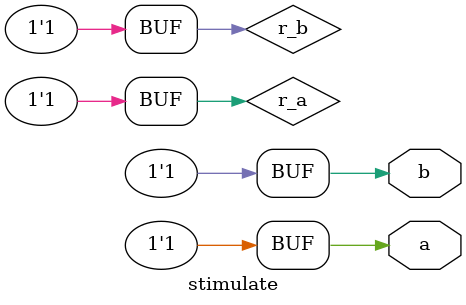
<source format=v>
module stimulate
(
	output a,
	output b
);

reg r_a = 1'b0;
reg r_b = 1'b0;

initial					// Uwaga, wewn¹trz bloku initial przypisujemy wartoci do rejestrów za pomoc¹ = a nie <= jak to mia³o miejsce w procesach
begin
	#2; r_a = 1'b0; r_b = 1'b0;
	#2; r_a = 1'b0; r_b = 1'b1;
	#2; r_a = 1'b1; r_b = 1'b0;
	#2; r_a = 1'b1; r_b = 1'b1;
end

assign a = r_a;
assign b = r_b;

endmodule
</source>
